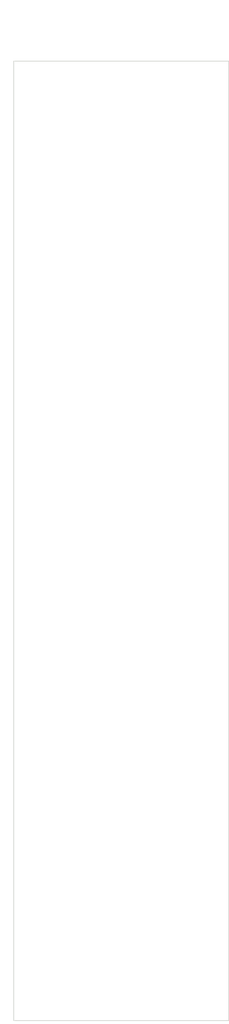
<source format=kicad_pcb>
(kicad_pcb (version 20211014) (generator pcbnew)
  (layers (0 "F.Cu" signal) (31 "B.Cu" signal) (34 "B.Paste" user) (35 "F.Paste" user) (36 "B.SilkS" user "B.Silkscreen") (37 "F.SilkS" user "F.Silkscreen") (38 "B.Mask" user) (39 "F.Mask" user) (44 "Edge.Cuts" user))
  (net 0 "")
  (footprint "MountingHole:MountingHole_3.2mm_M3" (layer "F.Cu") (at 5.08 130.35)
    (fp_text reference "REF**" hide)
    (fp_text value "MountingHole_3.2mm_M3" hide)
    (pad "" np_thru_hole oval locked (at 0 0) (size 7 3.2) (drill oval 7 3.2) (layers F&B.Cu *.Mask))
  )
  (footprint "MountingHole:MountingHole_3.2mm_M3" (layer "F.Cu") (at 5.08 3)
    (fp_text reference "REF**" hide)
    (fp_text value "MountingHole_3.2mm_M3" hide)
    (pad "" np_thru_hole oval locked (at 0 0) (size 7 3.2) (drill oval 7 3.2) (layers F&B.Cu *.Mask))
  )
  (gr_line (start 30 0) (end 30 133.35) (layer "Edge.Cuts") (width 0.1))
  (gr_line (start 0 133.35) (end 0 0) (layer "Edge.Cuts") (width 0.1))
  (gr_line (start 0 0) (end 30 0) (layer "Edge.Cuts") (width 0.1))
  (gr_line (start 30 133.35) (end 0 133.35) (layer "Edge.Cuts") (width 0.1))
)
</source>
